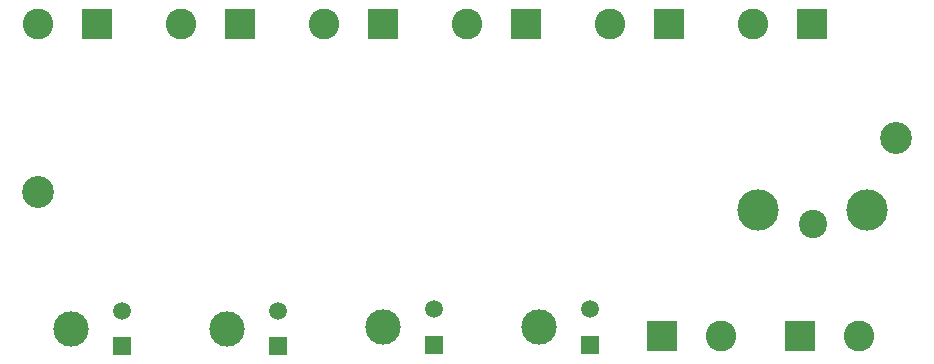
<source format=gbr>
%TF.GenerationSoftware,KiCad,Pcbnew,(5.1.9-0-10_14)*%
%TF.CreationDate,2022-04-24T23:49:05-07:00*%
%TF.ProjectId,PROTO_PCB_2022,50524f54-4f5f-4504-9342-5f323032322e,rev?*%
%TF.SameCoordinates,Original*%
%TF.FileFunction,Soldermask,Bot*%
%TF.FilePolarity,Negative*%
%FSLAX46Y46*%
G04 Gerber Fmt 4.6, Leading zero omitted, Abs format (unit mm)*
G04 Created by KiCad (PCBNEW (5.1.9-0-10_14)) date 2022-04-24 23:49:05*
%MOMM*%
%LPD*%
G01*
G04 APERTURE LIST*
%ADD10C,3.500000*%
%ADD11C,2.400000*%
%ADD12C,2.600000*%
%ADD13R,2.600000X2.600000*%
%ADD14C,2.999999*%
%ADD15C,1.520000*%
%ADD16R,1.520000X1.520000*%
%ADD17C,2.700000*%
G04 APERTURE END LIST*
D10*
%TO.C,F1*%
X145344000Y-100838000D03*
D11*
X140744000Y-102038000D03*
D10*
X136144000Y-100838000D03*
%TD*%
D12*
%TO.C,J10*%
X123600200Y-85090000D03*
D13*
X128600200Y-85090000D03*
%TD*%
D12*
%TO.C,J9*%
X111484400Y-85090000D03*
D13*
X116484400Y-85090000D03*
%TD*%
D12*
%TO.C,J8*%
X99368600Y-85090000D03*
D13*
X104368600Y-85090000D03*
%TD*%
D14*
%TO.C,J6*%
X77976001Y-110895000D03*
D15*
X82296000Y-109395001D03*
D16*
X82296000Y-112395000D03*
%TD*%
D14*
%TO.C,J4*%
X117600001Y-110768000D03*
D15*
X121920000Y-109268001D03*
D16*
X121920000Y-112268000D03*
%TD*%
D14*
%TO.C,J3*%
X104392001Y-110768000D03*
D15*
X108712000Y-109268001D03*
D16*
X108712000Y-112268000D03*
%TD*%
D14*
%TO.C,J1*%
X91184001Y-110895000D03*
D15*
X95504000Y-109395001D03*
D16*
X95504000Y-112395000D03*
%TD*%
D17*
%TO.C,H2*%
X75184000Y-99314000D03*
%TD*%
%TO.C,H1*%
X147828000Y-94742000D03*
%TD*%
D12*
%TO.C,J2*%
X87252800Y-85090000D03*
D13*
X92252800Y-85090000D03*
%TD*%
D12*
%TO.C,J7*%
X75137000Y-85090000D03*
D13*
X80137000Y-85090000D03*
%TD*%
D12*
%TO.C,J5*%
X135716000Y-85090000D03*
D13*
X140716000Y-85090000D03*
%TD*%
D12*
%TO.C,J12*%
X144700000Y-111506000D03*
D13*
X139700000Y-111506000D03*
%TD*%
D12*
%TO.C,J11*%
X133016000Y-111506000D03*
D13*
X128016000Y-111506000D03*
%TD*%
M02*

</source>
